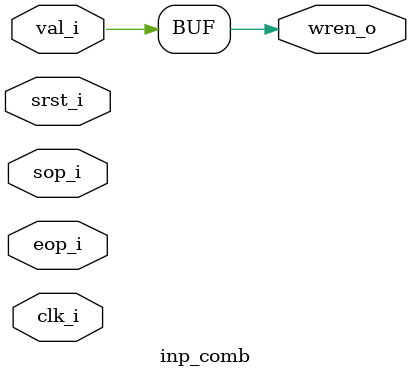
<source format=sv>
module inp_comb (
  input clk_i,
  input srst_i,
  
  input sop_i,
  input eop_i,
  input val_i,

  output wren_o
);

logic wren;

assign wren_o = val_i;// & wren;

always_ff @( posedge clk_i )
  begin
    if( srst_i )
      wren <= '0;
    else if( val_i && sop_i )
      wren <= '1;
    else if( val_i && eop_i )
      wren <= '0;
  end
endmodule

</source>
